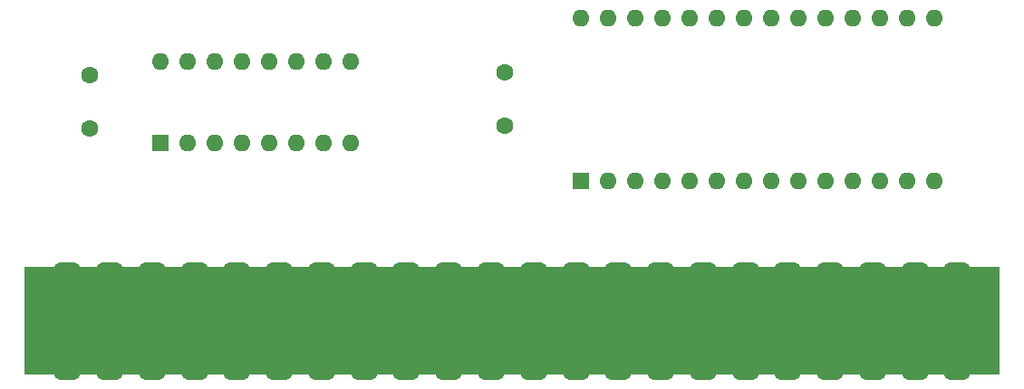
<source format=gbs>
%TF.GenerationSoftware,KiCad,Pcbnew,7.0.5-0*%
%TF.CreationDate,2023-05-29T19:57:58-04:00*%
%TF.ProjectId,vic20-ram-expander,76696332-302d-4726-916d-2d657870616e,rev?*%
%TF.SameCoordinates,Original*%
%TF.FileFunction,Soldermask,Bot*%
%TF.FilePolarity,Negative*%
%FSLAX46Y46*%
G04 Gerber Fmt 4.6, Leading zero omitted, Abs format (unit mm)*
G04 Created by KiCad (PCBNEW 7.0.5-0) date 2023-05-29 19:57:58*
%MOMM*%
%LPD*%
G01*
G04 APERTURE LIST*
G04 Aperture macros list*
%AMRoundRect*
0 Rectangle with rounded corners*
0 $1 Rounding radius*
0 $2 $3 $4 $5 $6 $7 $8 $9 X,Y pos of 4 corners*
0 Add a 4 corners polygon primitive as box body*
4,1,4,$2,$3,$4,$5,$6,$7,$8,$9,$2,$3,0*
0 Add four circle primitives for the rounded corners*
1,1,$1+$1,$2,$3*
1,1,$1+$1,$4,$5*
1,1,$1+$1,$6,$7*
1,1,$1+$1,$8,$9*
0 Add four rect primitives between the rounded corners*
20,1,$1+$1,$2,$3,$4,$5,0*
20,1,$1+$1,$4,$5,$6,$7,0*
20,1,$1+$1,$6,$7,$8,$9,0*
20,1,$1+$1,$8,$9,$2,$3,0*%
G04 Aperture macros list end*
%ADD10C,0.100000*%
%ADD11R,1.600000X1.600000*%
%ADD12O,1.600000X1.600000*%
%ADD13C,1.600000*%
%ADD14RoundRect,0.625000X-0.625000X-4.875000X0.625000X-4.875000X0.625000X4.875000X-0.625000X4.875000X0*%
G04 APERTURE END LIST*
%TO.C,U1*%
D10*
X200440000Y-129940000D02*
X109440000Y-129940000D01*
X109440000Y-119940000D01*
X200440000Y-119940000D01*
X200440000Y-129940000D01*
G36*
X200440000Y-129940000D02*
G01*
X109440000Y-129940000D01*
X109440000Y-119940000D01*
X200440000Y-119940000D01*
X200440000Y-129940000D01*
G37*
%TD*%
D11*
%TO.C,U2*%
X161380000Y-111875000D03*
D12*
X163920000Y-111875000D03*
X166460000Y-111875000D03*
X169000000Y-111875000D03*
X171540000Y-111875000D03*
X174080000Y-111875000D03*
X176620000Y-111875000D03*
X179160000Y-111875000D03*
X181700000Y-111875000D03*
X184240000Y-111875000D03*
X186780000Y-111875000D03*
X189320000Y-111875000D03*
X191860000Y-111875000D03*
X194400000Y-111875000D03*
X194400000Y-96635000D03*
X191860000Y-96635000D03*
X189320000Y-96635000D03*
X186780000Y-96635000D03*
X184240000Y-96635000D03*
X181700000Y-96635000D03*
X179160000Y-96635000D03*
X176620000Y-96635000D03*
X174080000Y-96635000D03*
X171540000Y-96635000D03*
X169000000Y-96635000D03*
X166460000Y-96635000D03*
X163920000Y-96635000D03*
X161380000Y-96635000D03*
%TD*%
D13*
%TO.C,C1*%
X154250000Y-101750000D03*
X154250000Y-106750000D03*
%TD*%
%TO.C,C2*%
X115500000Y-102000000D03*
X115500000Y-107000000D03*
%TD*%
D11*
%TO.C,U3*%
X122125000Y-108370000D03*
D12*
X124665000Y-108370000D03*
X127205000Y-108370000D03*
X129745000Y-108370000D03*
X132285000Y-108370000D03*
X134825000Y-108370000D03*
X137365000Y-108370000D03*
X139905000Y-108370000D03*
X139905000Y-100750000D03*
X137365000Y-100750000D03*
X134825000Y-100750000D03*
X132285000Y-100750000D03*
X129745000Y-100750000D03*
X127205000Y-100750000D03*
X124665000Y-100750000D03*
X122125000Y-100750000D03*
%TD*%
D14*
%TO.C,U1*%
X196560000Y-125000000D03*
X192600000Y-125000000D03*
X188640000Y-125000000D03*
X184680000Y-125000000D03*
X180720000Y-125000000D03*
X176760000Y-125000000D03*
X172800000Y-125000000D03*
X168840000Y-125000000D03*
X164880000Y-125000000D03*
X160920000Y-125000000D03*
X156960000Y-125000000D03*
X153000000Y-125000000D03*
X149040000Y-125000000D03*
X145080000Y-125000000D03*
X141120000Y-125000000D03*
X137160000Y-125000000D03*
X133200000Y-125000000D03*
X129240000Y-125000000D03*
X125280000Y-125000000D03*
X121320000Y-125000000D03*
X117360000Y-125000000D03*
X113400000Y-125000000D03*
%TD*%
M02*

</source>
